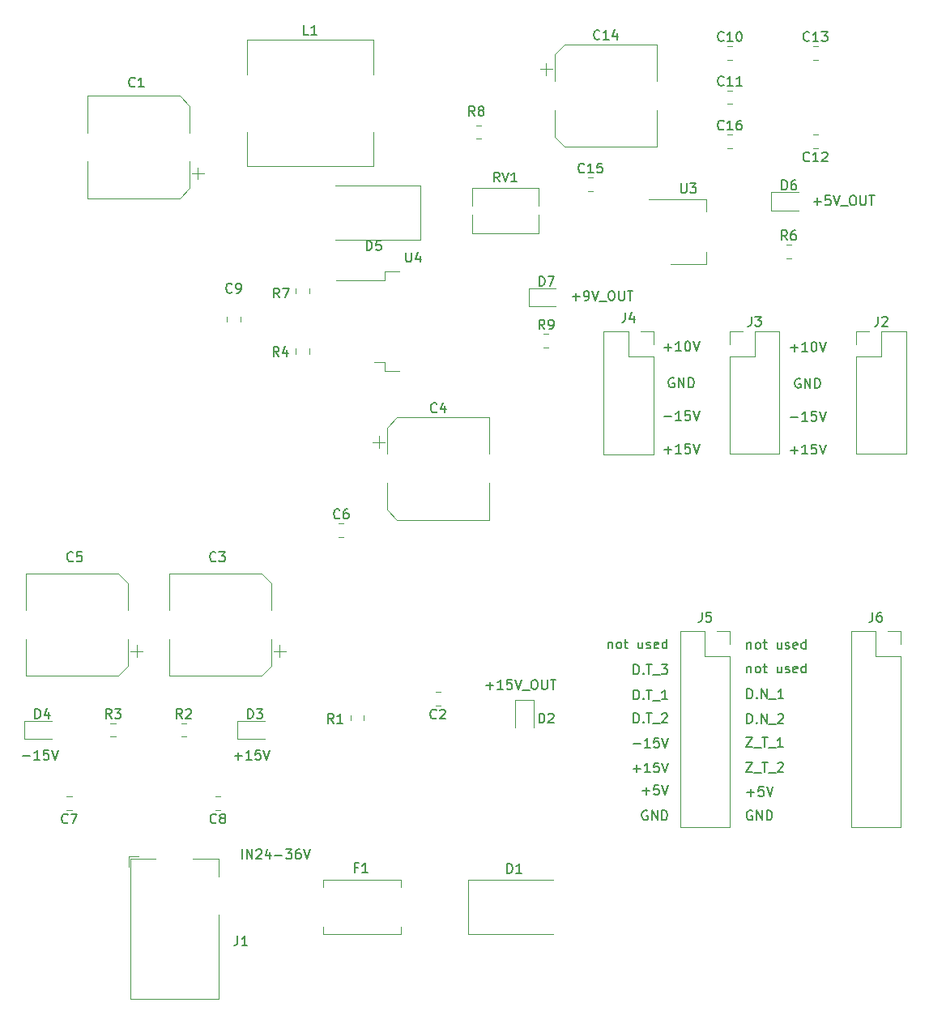
<source format=gbr>
G04 #@! TF.GenerationSoftware,KiCad,Pcbnew,(5.1.9)-1*
G04 #@! TF.CreationDate,2021-02-07T14:36:27+03:00*
G04 #@! TF.ProjectId,017_VIP_Elsiel,3031375f-5649-4505-9f45-6c7369656c2e,rev?*
G04 #@! TF.SameCoordinates,Original*
G04 #@! TF.FileFunction,Legend,Top*
G04 #@! TF.FilePolarity,Positive*
%FSLAX46Y46*%
G04 Gerber Fmt 4.6, Leading zero omitted, Abs format (unit mm)*
G04 Created by KiCad (PCBNEW (5.1.9)-1) date 2021-02-07 14:36:27*
%MOMM*%
%LPD*%
G01*
G04 APERTURE LIST*
%ADD10C,0.150000*%
%ADD11C,0.120000*%
G04 APERTURE END LIST*
D10*
X151193713Y-125115580D02*
X151193713Y-124115580D01*
X151431809Y-124115580D01*
X151574666Y-124163200D01*
X151669904Y-124258438D01*
X151717523Y-124353676D01*
X151765142Y-124544152D01*
X151765142Y-124687009D01*
X151717523Y-124877485D01*
X151669904Y-124972723D01*
X151574666Y-125067961D01*
X151431809Y-125115580D01*
X151193713Y-125115580D01*
X152193713Y-125020342D02*
X152241332Y-125067961D01*
X152193713Y-125115580D01*
X152146094Y-125067961D01*
X152193713Y-125020342D01*
X152193713Y-125115580D01*
X152527047Y-124115580D02*
X153098475Y-124115580D01*
X152812761Y-125115580D02*
X152812761Y-124115580D01*
X153193713Y-125210819D02*
X153955618Y-125210819D01*
X154717523Y-125115580D02*
X154146094Y-125115580D01*
X154431809Y-125115580D02*
X154431809Y-124115580D01*
X154336570Y-124258438D01*
X154241332Y-124353676D01*
X154146094Y-124401295D01*
X151193713Y-127553980D02*
X151193713Y-126553980D01*
X151431809Y-126553980D01*
X151574666Y-126601600D01*
X151669904Y-126696838D01*
X151717523Y-126792076D01*
X151765142Y-126982552D01*
X151765142Y-127125409D01*
X151717523Y-127315885D01*
X151669904Y-127411123D01*
X151574666Y-127506361D01*
X151431809Y-127553980D01*
X151193713Y-127553980D01*
X152193713Y-127458742D02*
X152241332Y-127506361D01*
X152193713Y-127553980D01*
X152146094Y-127506361D01*
X152193713Y-127458742D01*
X152193713Y-127553980D01*
X152527047Y-126553980D02*
X153098475Y-126553980D01*
X152812761Y-127553980D02*
X152812761Y-126553980D01*
X153193713Y-127649219D02*
X153955618Y-127649219D01*
X154146094Y-126649219D02*
X154193713Y-126601600D01*
X154288951Y-126553980D01*
X154527047Y-126553980D01*
X154622285Y-126601600D01*
X154669904Y-126649219D01*
X154717523Y-126744457D01*
X154717523Y-126839695D01*
X154669904Y-126982552D01*
X154098475Y-127553980D01*
X154717523Y-127553980D01*
X151146095Y-129763828D02*
X151908000Y-129763828D01*
X152908000Y-130144780D02*
X152336571Y-130144780D01*
X152622285Y-130144780D02*
X152622285Y-129144780D01*
X152527047Y-129287638D01*
X152431809Y-129382876D01*
X152336571Y-129430495D01*
X153812761Y-129144780D02*
X153336571Y-129144780D01*
X153288952Y-129620971D01*
X153336571Y-129573352D01*
X153431809Y-129525733D01*
X153669904Y-129525733D01*
X153765142Y-129573352D01*
X153812761Y-129620971D01*
X153860380Y-129716209D01*
X153860380Y-129954304D01*
X153812761Y-130049542D01*
X153765142Y-130097161D01*
X153669904Y-130144780D01*
X153431809Y-130144780D01*
X153336571Y-130097161D01*
X153288952Y-130049542D01*
X154146095Y-129144780D02*
X154479428Y-130144780D01*
X154812761Y-129144780D01*
X151146095Y-132354628D02*
X151908000Y-132354628D01*
X151527047Y-132735580D02*
X151527047Y-131973676D01*
X152908000Y-132735580D02*
X152336571Y-132735580D01*
X152622285Y-132735580D02*
X152622285Y-131735580D01*
X152527047Y-131878438D01*
X152431809Y-131973676D01*
X152336571Y-132021295D01*
X153812761Y-131735580D02*
X153336571Y-131735580D01*
X153288952Y-132211771D01*
X153336571Y-132164152D01*
X153431809Y-132116533D01*
X153669904Y-132116533D01*
X153765142Y-132164152D01*
X153812761Y-132211771D01*
X153860380Y-132307009D01*
X153860380Y-132545104D01*
X153812761Y-132640342D01*
X153765142Y-132687961D01*
X153669904Y-132735580D01*
X153431809Y-132735580D01*
X153336571Y-132687961D01*
X153288952Y-132640342D01*
X154146095Y-131735580D02*
X154479428Y-132735580D01*
X154812761Y-131735580D01*
X152098475Y-134691428D02*
X152860380Y-134691428D01*
X152479428Y-135072380D02*
X152479428Y-134310476D01*
X153812761Y-134072380D02*
X153336570Y-134072380D01*
X153288951Y-134548571D01*
X153336570Y-134500952D01*
X153431809Y-134453333D01*
X153669904Y-134453333D01*
X153765142Y-134500952D01*
X153812761Y-134548571D01*
X153860380Y-134643809D01*
X153860380Y-134881904D01*
X153812761Y-134977142D01*
X153765142Y-135024761D01*
X153669904Y-135072380D01*
X153431809Y-135072380D01*
X153336570Y-135024761D01*
X153288951Y-134977142D01*
X154146094Y-134072380D02*
X154479428Y-135072380D01*
X154812761Y-134072380D01*
X152622285Y-136761600D02*
X152527047Y-136713980D01*
X152384190Y-136713980D01*
X152241332Y-136761600D01*
X152146094Y-136856838D01*
X152098475Y-136952076D01*
X152050856Y-137142552D01*
X152050856Y-137285409D01*
X152098475Y-137475885D01*
X152146094Y-137571123D01*
X152241332Y-137666361D01*
X152384190Y-137713980D01*
X152479428Y-137713980D01*
X152622285Y-137666361D01*
X152669904Y-137618742D01*
X152669904Y-137285409D01*
X152479428Y-137285409D01*
X153098475Y-137713980D02*
X153098475Y-136713980D01*
X153669904Y-137713980D01*
X153669904Y-136713980D01*
X154146094Y-137713980D02*
X154146094Y-136713980D01*
X154384190Y-136713980D01*
X154527047Y-136761600D01*
X154622285Y-136856838D01*
X154669904Y-136952076D01*
X154717523Y-137142552D01*
X154717523Y-137285409D01*
X154669904Y-137475885D01*
X154622285Y-137571123D01*
X154527047Y-137666361D01*
X154384190Y-137713980D01*
X154146094Y-137713980D01*
X163576095Y-136761600D02*
X163480857Y-136713980D01*
X163338000Y-136713980D01*
X163195142Y-136761600D01*
X163099904Y-136856838D01*
X163052285Y-136952076D01*
X163004666Y-137142552D01*
X163004666Y-137285409D01*
X163052285Y-137475885D01*
X163099904Y-137571123D01*
X163195142Y-137666361D01*
X163338000Y-137713980D01*
X163433238Y-137713980D01*
X163576095Y-137666361D01*
X163623714Y-137618742D01*
X163623714Y-137285409D01*
X163433238Y-137285409D01*
X164052285Y-137713980D02*
X164052285Y-136713980D01*
X164623714Y-137713980D01*
X164623714Y-136713980D01*
X165099904Y-137713980D02*
X165099904Y-136713980D01*
X165338000Y-136713980D01*
X165480857Y-136761600D01*
X165576095Y-136856838D01*
X165623714Y-136952076D01*
X165671333Y-137142552D01*
X165671333Y-137285409D01*
X165623714Y-137475885D01*
X165576095Y-137571123D01*
X165480857Y-137666361D01*
X165338000Y-137713980D01*
X165099904Y-137713980D01*
X163052285Y-134843828D02*
X163814190Y-134843828D01*
X163433238Y-135224780D02*
X163433238Y-134462876D01*
X164766571Y-134224780D02*
X164290380Y-134224780D01*
X164242761Y-134700971D01*
X164290380Y-134653352D01*
X164385619Y-134605733D01*
X164623714Y-134605733D01*
X164718952Y-134653352D01*
X164766571Y-134700971D01*
X164814190Y-134796209D01*
X164814190Y-135034304D01*
X164766571Y-135129542D01*
X164718952Y-135177161D01*
X164623714Y-135224780D01*
X164385619Y-135224780D01*
X164290380Y-135177161D01*
X164242761Y-135129542D01*
X165099904Y-134224780D02*
X165433238Y-135224780D01*
X165766571Y-134224780D01*
X162957048Y-131684780D02*
X163623714Y-131684780D01*
X162957048Y-132684780D01*
X163623714Y-132684780D01*
X163766571Y-132780019D02*
X164528476Y-132780019D01*
X164623714Y-131684780D02*
X165195143Y-131684780D01*
X164909429Y-132684780D02*
X164909429Y-131684780D01*
X165290381Y-132780019D02*
X166052286Y-132780019D01*
X166242762Y-131780019D02*
X166290381Y-131732400D01*
X166385619Y-131684780D01*
X166623714Y-131684780D01*
X166718952Y-131732400D01*
X166766571Y-131780019D01*
X166814190Y-131875257D01*
X166814190Y-131970495D01*
X166766571Y-132113352D01*
X166195143Y-132684780D01*
X166814190Y-132684780D01*
X162957048Y-129093980D02*
X163623714Y-129093980D01*
X162957048Y-130093980D01*
X163623714Y-130093980D01*
X163766571Y-130189219D02*
X164528476Y-130189219D01*
X164623714Y-129093980D02*
X165195143Y-129093980D01*
X164909429Y-130093980D02*
X164909429Y-129093980D01*
X165290381Y-130189219D02*
X166052286Y-130189219D01*
X166814190Y-130093980D02*
X166242762Y-130093980D01*
X166528476Y-130093980D02*
X166528476Y-129093980D01*
X166433238Y-129236838D01*
X166338000Y-129332076D01*
X166242762Y-129379695D01*
X163052285Y-127604780D02*
X163052285Y-126604780D01*
X163290380Y-126604780D01*
X163433238Y-126652400D01*
X163528476Y-126747638D01*
X163576095Y-126842876D01*
X163623714Y-127033352D01*
X163623714Y-127176209D01*
X163576095Y-127366685D01*
X163528476Y-127461923D01*
X163433238Y-127557161D01*
X163290380Y-127604780D01*
X163052285Y-127604780D01*
X164052285Y-127509542D02*
X164099904Y-127557161D01*
X164052285Y-127604780D01*
X164004666Y-127557161D01*
X164052285Y-127509542D01*
X164052285Y-127604780D01*
X164528476Y-127604780D02*
X164528476Y-126604780D01*
X165099904Y-127604780D01*
X165099904Y-126604780D01*
X165337999Y-127700019D02*
X166099904Y-127700019D01*
X166290380Y-126700019D02*
X166337999Y-126652400D01*
X166433238Y-126604780D01*
X166671333Y-126604780D01*
X166766571Y-126652400D01*
X166814190Y-126700019D01*
X166861809Y-126795257D01*
X166861809Y-126890495D01*
X166814190Y-127033352D01*
X166242761Y-127604780D01*
X166861809Y-127604780D01*
X163052285Y-125013980D02*
X163052285Y-124013980D01*
X163290380Y-124013980D01*
X163433238Y-124061600D01*
X163528476Y-124156838D01*
X163576095Y-124252076D01*
X163623714Y-124442552D01*
X163623714Y-124585409D01*
X163576095Y-124775885D01*
X163528476Y-124871123D01*
X163433238Y-124966361D01*
X163290380Y-125013980D01*
X163052285Y-125013980D01*
X164052285Y-124918742D02*
X164099904Y-124966361D01*
X164052285Y-125013980D01*
X164004666Y-124966361D01*
X164052285Y-124918742D01*
X164052285Y-125013980D01*
X164528476Y-125013980D02*
X164528476Y-124013980D01*
X165099904Y-125013980D01*
X165099904Y-124013980D01*
X165337999Y-125109219D02*
X166099904Y-125109219D01*
X166861809Y-125013980D02*
X166290380Y-125013980D01*
X166576095Y-125013980D02*
X166576095Y-124013980D01*
X166480857Y-124156838D01*
X166385618Y-124252076D01*
X166290380Y-124299695D01*
X151193713Y-122473980D02*
X151193713Y-121473980D01*
X151431809Y-121473980D01*
X151574666Y-121521600D01*
X151669904Y-121616838D01*
X151717523Y-121712076D01*
X151765142Y-121902552D01*
X151765142Y-122045409D01*
X151717523Y-122235885D01*
X151669904Y-122331123D01*
X151574666Y-122426361D01*
X151431809Y-122473980D01*
X151193713Y-122473980D01*
X152193713Y-122378742D02*
X152241332Y-122426361D01*
X152193713Y-122473980D01*
X152146094Y-122426361D01*
X152193713Y-122378742D01*
X152193713Y-122473980D01*
X152527047Y-121473980D02*
X153098475Y-121473980D01*
X152812761Y-122473980D02*
X152812761Y-121473980D01*
X153193713Y-122569219D02*
X153955618Y-122569219D01*
X154098475Y-121473980D02*
X154717523Y-121473980D01*
X154384189Y-121854933D01*
X154527047Y-121854933D01*
X154622285Y-121902552D01*
X154669904Y-121950171D01*
X154717523Y-122045409D01*
X154717523Y-122283504D01*
X154669904Y-122378742D01*
X154622285Y-122426361D01*
X154527047Y-122473980D01*
X154241332Y-122473980D01*
X154146094Y-122426361D01*
X154098475Y-122378742D01*
X148527047Y-119114914D02*
X148527047Y-119781580D01*
X148527047Y-119210152D02*
X148574666Y-119162533D01*
X148669904Y-119114914D01*
X148812761Y-119114914D01*
X148907999Y-119162533D01*
X148955618Y-119257771D01*
X148955618Y-119781580D01*
X149574666Y-119781580D02*
X149479428Y-119733961D01*
X149431809Y-119686342D01*
X149384190Y-119591104D01*
X149384190Y-119305390D01*
X149431809Y-119210152D01*
X149479428Y-119162533D01*
X149574666Y-119114914D01*
X149717523Y-119114914D01*
X149812761Y-119162533D01*
X149860380Y-119210152D01*
X149907999Y-119305390D01*
X149907999Y-119591104D01*
X149860380Y-119686342D01*
X149812761Y-119733961D01*
X149717523Y-119781580D01*
X149574666Y-119781580D01*
X150193714Y-119114914D02*
X150574666Y-119114914D01*
X150336571Y-118781580D02*
X150336571Y-119638723D01*
X150384190Y-119733961D01*
X150479428Y-119781580D01*
X150574666Y-119781580D01*
X152098476Y-119114914D02*
X152098476Y-119781580D01*
X151669904Y-119114914D02*
X151669904Y-119638723D01*
X151717523Y-119733961D01*
X151812761Y-119781580D01*
X151955618Y-119781580D01*
X152050856Y-119733961D01*
X152098476Y-119686342D01*
X152527047Y-119733961D02*
X152622285Y-119781580D01*
X152812761Y-119781580D01*
X152907999Y-119733961D01*
X152955618Y-119638723D01*
X152955618Y-119591104D01*
X152907999Y-119495866D01*
X152812761Y-119448247D01*
X152669904Y-119448247D01*
X152574666Y-119400628D01*
X152527047Y-119305390D01*
X152527047Y-119257771D01*
X152574666Y-119162533D01*
X152669904Y-119114914D01*
X152812761Y-119114914D01*
X152907999Y-119162533D01*
X153765142Y-119733961D02*
X153669904Y-119781580D01*
X153479428Y-119781580D01*
X153384190Y-119733961D01*
X153336571Y-119638723D01*
X153336571Y-119257771D01*
X153384190Y-119162533D01*
X153479428Y-119114914D01*
X153669904Y-119114914D01*
X153765142Y-119162533D01*
X153812761Y-119257771D01*
X153812761Y-119353009D01*
X153336571Y-119448247D01*
X154669904Y-119781580D02*
X154669904Y-118781580D01*
X154669904Y-119733961D02*
X154574666Y-119781580D01*
X154384190Y-119781580D01*
X154288952Y-119733961D01*
X154241333Y-119686342D01*
X154193714Y-119591104D01*
X154193714Y-119305390D01*
X154241333Y-119210152D01*
X154288952Y-119162533D01*
X154384190Y-119114914D01*
X154574666Y-119114914D01*
X154669904Y-119162533D01*
X163052286Y-121654914D02*
X163052286Y-122321580D01*
X163052286Y-121750152D02*
X163099905Y-121702533D01*
X163195143Y-121654914D01*
X163338000Y-121654914D01*
X163433238Y-121702533D01*
X163480857Y-121797771D01*
X163480857Y-122321580D01*
X164099905Y-122321580D02*
X164004667Y-122273961D01*
X163957048Y-122226342D01*
X163909429Y-122131104D01*
X163909429Y-121845390D01*
X163957048Y-121750152D01*
X164004667Y-121702533D01*
X164099905Y-121654914D01*
X164242762Y-121654914D01*
X164338000Y-121702533D01*
X164385619Y-121750152D01*
X164433238Y-121845390D01*
X164433238Y-122131104D01*
X164385619Y-122226342D01*
X164338000Y-122273961D01*
X164242762Y-122321580D01*
X164099905Y-122321580D01*
X164718953Y-121654914D02*
X165099905Y-121654914D01*
X164861810Y-121321580D02*
X164861810Y-122178723D01*
X164909429Y-122273961D01*
X165004667Y-122321580D01*
X165099905Y-122321580D01*
X166623715Y-121654914D02*
X166623715Y-122321580D01*
X166195143Y-121654914D02*
X166195143Y-122178723D01*
X166242762Y-122273961D01*
X166338000Y-122321580D01*
X166480857Y-122321580D01*
X166576095Y-122273961D01*
X166623715Y-122226342D01*
X167052286Y-122273961D02*
X167147524Y-122321580D01*
X167338000Y-122321580D01*
X167433238Y-122273961D01*
X167480857Y-122178723D01*
X167480857Y-122131104D01*
X167433238Y-122035866D01*
X167338000Y-121988247D01*
X167195143Y-121988247D01*
X167099905Y-121940628D01*
X167052286Y-121845390D01*
X167052286Y-121797771D01*
X167099905Y-121702533D01*
X167195143Y-121654914D01*
X167338000Y-121654914D01*
X167433238Y-121702533D01*
X168290381Y-122273961D02*
X168195143Y-122321580D01*
X168004667Y-122321580D01*
X167909429Y-122273961D01*
X167861810Y-122178723D01*
X167861810Y-121797771D01*
X167909429Y-121702533D01*
X168004667Y-121654914D01*
X168195143Y-121654914D01*
X168290381Y-121702533D01*
X168338000Y-121797771D01*
X168338000Y-121893009D01*
X167861810Y-121988247D01*
X169195143Y-122321580D02*
X169195143Y-121321580D01*
X169195143Y-122273961D02*
X169099905Y-122321580D01*
X168909429Y-122321580D01*
X168814191Y-122273961D01*
X168766572Y-122226342D01*
X168718953Y-122131104D01*
X168718953Y-121845390D01*
X168766572Y-121750152D01*
X168814191Y-121702533D01*
X168909429Y-121654914D01*
X169099905Y-121654914D01*
X169195143Y-121702533D01*
X163052286Y-119165714D02*
X163052286Y-119832380D01*
X163052286Y-119260952D02*
X163099905Y-119213333D01*
X163195143Y-119165714D01*
X163338000Y-119165714D01*
X163433238Y-119213333D01*
X163480857Y-119308571D01*
X163480857Y-119832380D01*
X164099905Y-119832380D02*
X164004667Y-119784761D01*
X163957048Y-119737142D01*
X163909429Y-119641904D01*
X163909429Y-119356190D01*
X163957048Y-119260952D01*
X164004667Y-119213333D01*
X164099905Y-119165714D01*
X164242762Y-119165714D01*
X164338000Y-119213333D01*
X164385619Y-119260952D01*
X164433238Y-119356190D01*
X164433238Y-119641904D01*
X164385619Y-119737142D01*
X164338000Y-119784761D01*
X164242762Y-119832380D01*
X164099905Y-119832380D01*
X164718953Y-119165714D02*
X165099905Y-119165714D01*
X164861810Y-118832380D02*
X164861810Y-119689523D01*
X164909429Y-119784761D01*
X165004667Y-119832380D01*
X165099905Y-119832380D01*
X166623715Y-119165714D02*
X166623715Y-119832380D01*
X166195143Y-119165714D02*
X166195143Y-119689523D01*
X166242762Y-119784761D01*
X166338000Y-119832380D01*
X166480857Y-119832380D01*
X166576095Y-119784761D01*
X166623715Y-119737142D01*
X167052286Y-119784761D02*
X167147524Y-119832380D01*
X167338000Y-119832380D01*
X167433238Y-119784761D01*
X167480857Y-119689523D01*
X167480857Y-119641904D01*
X167433238Y-119546666D01*
X167338000Y-119499047D01*
X167195143Y-119499047D01*
X167099905Y-119451428D01*
X167052286Y-119356190D01*
X167052286Y-119308571D01*
X167099905Y-119213333D01*
X167195143Y-119165714D01*
X167338000Y-119165714D01*
X167433238Y-119213333D01*
X168290381Y-119784761D02*
X168195143Y-119832380D01*
X168004667Y-119832380D01*
X167909429Y-119784761D01*
X167861810Y-119689523D01*
X167861810Y-119308571D01*
X167909429Y-119213333D01*
X168004667Y-119165714D01*
X168195143Y-119165714D01*
X168290381Y-119213333D01*
X168338000Y-119308571D01*
X168338000Y-119403809D01*
X167861810Y-119499047D01*
X169195143Y-119832380D02*
X169195143Y-118832380D01*
X169195143Y-119784761D02*
X169099905Y-119832380D01*
X168909429Y-119832380D01*
X168814191Y-119784761D01*
X168766572Y-119737142D01*
X168718953Y-119641904D01*
X168718953Y-119356190D01*
X168766572Y-119260952D01*
X168814191Y-119213333D01*
X168909429Y-119165714D01*
X169099905Y-119165714D01*
X169195143Y-119213333D01*
X154397295Y-95575428D02*
X155159200Y-95575428D01*
X156159200Y-95956380D02*
X155587771Y-95956380D01*
X155873485Y-95956380D02*
X155873485Y-94956380D01*
X155778247Y-95099238D01*
X155683009Y-95194476D01*
X155587771Y-95242095D01*
X157063961Y-94956380D02*
X156587771Y-94956380D01*
X156540152Y-95432571D01*
X156587771Y-95384952D01*
X156683009Y-95337333D01*
X156921104Y-95337333D01*
X157016342Y-95384952D01*
X157063961Y-95432571D01*
X157111580Y-95527809D01*
X157111580Y-95765904D01*
X157063961Y-95861142D01*
X157016342Y-95908761D01*
X156921104Y-95956380D01*
X156683009Y-95956380D01*
X156587771Y-95908761D01*
X156540152Y-95861142D01*
X157397295Y-94956380D02*
X157730628Y-95956380D01*
X158063961Y-94956380D01*
X154397295Y-99029828D02*
X155159200Y-99029828D01*
X154778247Y-99410780D02*
X154778247Y-98648876D01*
X156159200Y-99410780D02*
X155587771Y-99410780D01*
X155873485Y-99410780D02*
X155873485Y-98410780D01*
X155778247Y-98553638D01*
X155683009Y-98648876D01*
X155587771Y-98696495D01*
X157063961Y-98410780D02*
X156587771Y-98410780D01*
X156540152Y-98886971D01*
X156587771Y-98839352D01*
X156683009Y-98791733D01*
X156921104Y-98791733D01*
X157016342Y-98839352D01*
X157063961Y-98886971D01*
X157111580Y-98982209D01*
X157111580Y-99220304D01*
X157063961Y-99315542D01*
X157016342Y-99363161D01*
X156921104Y-99410780D01*
X156683009Y-99410780D01*
X156587771Y-99363161D01*
X156540152Y-99315542D01*
X157397295Y-98410780D02*
X157730628Y-99410780D01*
X158063961Y-98410780D01*
X154397295Y-88311028D02*
X155159200Y-88311028D01*
X154778247Y-88691980D02*
X154778247Y-87930076D01*
X156159200Y-88691980D02*
X155587771Y-88691980D01*
X155873485Y-88691980D02*
X155873485Y-87691980D01*
X155778247Y-87834838D01*
X155683009Y-87930076D01*
X155587771Y-87977695D01*
X156778247Y-87691980D02*
X156873485Y-87691980D01*
X156968723Y-87739600D01*
X157016342Y-87787219D01*
X157063961Y-87882457D01*
X157111580Y-88072933D01*
X157111580Y-88311028D01*
X157063961Y-88501504D01*
X157016342Y-88596742D01*
X156968723Y-88644361D01*
X156873485Y-88691980D01*
X156778247Y-88691980D01*
X156683009Y-88644361D01*
X156635390Y-88596742D01*
X156587771Y-88501504D01*
X156540152Y-88311028D01*
X156540152Y-88072933D01*
X156587771Y-87882457D01*
X156635390Y-87787219D01*
X156683009Y-87739600D01*
X156778247Y-87691980D01*
X157397295Y-87691980D02*
X157730628Y-88691980D01*
X158063961Y-87691980D01*
X155397295Y-91549600D02*
X155302057Y-91501980D01*
X155159200Y-91501980D01*
X155016342Y-91549600D01*
X154921104Y-91644838D01*
X154873485Y-91740076D01*
X154825866Y-91930552D01*
X154825866Y-92073409D01*
X154873485Y-92263885D01*
X154921104Y-92359123D01*
X155016342Y-92454361D01*
X155159200Y-92501980D01*
X155254438Y-92501980D01*
X155397295Y-92454361D01*
X155444914Y-92406742D01*
X155444914Y-92073409D01*
X155254438Y-92073409D01*
X155873485Y-92501980D02*
X155873485Y-91501980D01*
X156444914Y-92501980D01*
X156444914Y-91501980D01*
X156921104Y-92501980D02*
X156921104Y-91501980D01*
X157159200Y-91501980D01*
X157302057Y-91549600D01*
X157397295Y-91644838D01*
X157444914Y-91740076D01*
X157492533Y-91930552D01*
X157492533Y-92073409D01*
X157444914Y-92263885D01*
X157397295Y-92359123D01*
X157302057Y-92454361D01*
X157159200Y-92501980D01*
X156921104Y-92501980D01*
X167605295Y-99080628D02*
X168367200Y-99080628D01*
X167986247Y-99461580D02*
X167986247Y-98699676D01*
X169367200Y-99461580D02*
X168795771Y-99461580D01*
X169081485Y-99461580D02*
X169081485Y-98461580D01*
X168986247Y-98604438D01*
X168891009Y-98699676D01*
X168795771Y-98747295D01*
X170271961Y-98461580D02*
X169795771Y-98461580D01*
X169748152Y-98937771D01*
X169795771Y-98890152D01*
X169891009Y-98842533D01*
X170129104Y-98842533D01*
X170224342Y-98890152D01*
X170271961Y-98937771D01*
X170319580Y-99033009D01*
X170319580Y-99271104D01*
X170271961Y-99366342D01*
X170224342Y-99413961D01*
X170129104Y-99461580D01*
X169891009Y-99461580D01*
X169795771Y-99413961D01*
X169748152Y-99366342D01*
X170605295Y-98461580D02*
X170938628Y-99461580D01*
X171271961Y-98461580D01*
X167605295Y-95626228D02*
X168367200Y-95626228D01*
X169367200Y-96007180D02*
X168795771Y-96007180D01*
X169081485Y-96007180D02*
X169081485Y-95007180D01*
X168986247Y-95150038D01*
X168891009Y-95245276D01*
X168795771Y-95292895D01*
X170271961Y-95007180D02*
X169795771Y-95007180D01*
X169748152Y-95483371D01*
X169795771Y-95435752D01*
X169891009Y-95388133D01*
X170129104Y-95388133D01*
X170224342Y-95435752D01*
X170271961Y-95483371D01*
X170319580Y-95578609D01*
X170319580Y-95816704D01*
X170271961Y-95911942D01*
X170224342Y-95959561D01*
X170129104Y-96007180D01*
X169891009Y-96007180D01*
X169795771Y-95959561D01*
X169748152Y-95911942D01*
X170605295Y-95007180D02*
X170938628Y-96007180D01*
X171271961Y-95007180D01*
X168605295Y-91600400D02*
X168510057Y-91552780D01*
X168367200Y-91552780D01*
X168224342Y-91600400D01*
X168129104Y-91695638D01*
X168081485Y-91790876D01*
X168033866Y-91981352D01*
X168033866Y-92124209D01*
X168081485Y-92314685D01*
X168129104Y-92409923D01*
X168224342Y-92505161D01*
X168367200Y-92552780D01*
X168462438Y-92552780D01*
X168605295Y-92505161D01*
X168652914Y-92457542D01*
X168652914Y-92124209D01*
X168462438Y-92124209D01*
X169081485Y-92552780D02*
X169081485Y-91552780D01*
X169652914Y-92552780D01*
X169652914Y-91552780D01*
X170129104Y-92552780D02*
X170129104Y-91552780D01*
X170367200Y-91552780D01*
X170510057Y-91600400D01*
X170605295Y-91695638D01*
X170652914Y-91790876D01*
X170700533Y-91981352D01*
X170700533Y-92124209D01*
X170652914Y-92314685D01*
X170605295Y-92409923D01*
X170510057Y-92505161D01*
X170367200Y-92552780D01*
X170129104Y-92552780D01*
X167605295Y-88361828D02*
X168367200Y-88361828D01*
X167986247Y-88742780D02*
X167986247Y-87980876D01*
X169367200Y-88742780D02*
X168795771Y-88742780D01*
X169081485Y-88742780D02*
X169081485Y-87742780D01*
X168986247Y-87885638D01*
X168891009Y-87980876D01*
X168795771Y-88028495D01*
X169986247Y-87742780D02*
X170081485Y-87742780D01*
X170176723Y-87790400D01*
X170224342Y-87838019D01*
X170271961Y-87933257D01*
X170319580Y-88123733D01*
X170319580Y-88361828D01*
X170271961Y-88552304D01*
X170224342Y-88647542D01*
X170176723Y-88695161D01*
X170081485Y-88742780D01*
X169986247Y-88742780D01*
X169891009Y-88695161D01*
X169843390Y-88647542D01*
X169795771Y-88552304D01*
X169748152Y-88361828D01*
X169748152Y-88123733D01*
X169795771Y-87933257D01*
X169843390Y-87838019D01*
X169891009Y-87790400D01*
X169986247Y-87742780D01*
X170605295Y-87742780D02*
X170938628Y-88742780D01*
X171271961Y-87742780D01*
X110265009Y-141777980D02*
X110265009Y-140777980D01*
X110741200Y-141777980D02*
X110741200Y-140777980D01*
X111312628Y-141777980D01*
X111312628Y-140777980D01*
X111741200Y-140873219D02*
X111788819Y-140825600D01*
X111884057Y-140777980D01*
X112122152Y-140777980D01*
X112217390Y-140825600D01*
X112265009Y-140873219D01*
X112312628Y-140968457D01*
X112312628Y-141063695D01*
X112265009Y-141206552D01*
X111693580Y-141777980D01*
X112312628Y-141777980D01*
X113169771Y-141111314D02*
X113169771Y-141777980D01*
X112931676Y-140730361D02*
X112693580Y-141444647D01*
X113312628Y-141444647D01*
X113693580Y-141397028D02*
X114455485Y-141397028D01*
X114836438Y-140777980D02*
X115455485Y-140777980D01*
X115122152Y-141158933D01*
X115265009Y-141158933D01*
X115360247Y-141206552D01*
X115407866Y-141254171D01*
X115455485Y-141349409D01*
X115455485Y-141587504D01*
X115407866Y-141682742D01*
X115360247Y-141730361D01*
X115265009Y-141777980D01*
X114979295Y-141777980D01*
X114884057Y-141730361D01*
X114836438Y-141682742D01*
X116312628Y-140777980D02*
X116122152Y-140777980D01*
X116026914Y-140825600D01*
X115979295Y-140873219D01*
X115884057Y-141016076D01*
X115836438Y-141206552D01*
X115836438Y-141587504D01*
X115884057Y-141682742D01*
X115931676Y-141730361D01*
X116026914Y-141777980D01*
X116217390Y-141777980D01*
X116312628Y-141730361D01*
X116360247Y-141682742D01*
X116407866Y-141587504D01*
X116407866Y-141349409D01*
X116360247Y-141254171D01*
X116312628Y-141206552D01*
X116217390Y-141158933D01*
X116026914Y-141158933D01*
X115931676Y-141206552D01*
X115884057Y-141254171D01*
X115836438Y-141349409D01*
X116693580Y-140777980D02*
X117026914Y-141777980D01*
X117360247Y-140777980D01*
X144783561Y-83027828D02*
X145545466Y-83027828D01*
X145164514Y-83408780D02*
X145164514Y-82646876D01*
X146069276Y-83408780D02*
X146259752Y-83408780D01*
X146354990Y-83361161D01*
X146402609Y-83313542D01*
X146497847Y-83170685D01*
X146545466Y-82980209D01*
X146545466Y-82599257D01*
X146497847Y-82504019D01*
X146450228Y-82456400D01*
X146354990Y-82408780D01*
X146164514Y-82408780D01*
X146069276Y-82456400D01*
X146021657Y-82504019D01*
X145974038Y-82599257D01*
X145974038Y-82837352D01*
X146021657Y-82932590D01*
X146069276Y-82980209D01*
X146164514Y-83027828D01*
X146354990Y-83027828D01*
X146450228Y-82980209D01*
X146497847Y-82932590D01*
X146545466Y-82837352D01*
X146831180Y-82408780D02*
X147164514Y-83408780D01*
X147497847Y-82408780D01*
X147593085Y-83504019D02*
X148354990Y-83504019D01*
X148783561Y-82408780D02*
X148974038Y-82408780D01*
X149069276Y-82456400D01*
X149164514Y-82551638D01*
X149212133Y-82742114D01*
X149212133Y-83075447D01*
X149164514Y-83265923D01*
X149069276Y-83361161D01*
X148974038Y-83408780D01*
X148783561Y-83408780D01*
X148688323Y-83361161D01*
X148593085Y-83265923D01*
X148545466Y-83075447D01*
X148545466Y-82742114D01*
X148593085Y-82551638D01*
X148688323Y-82456400D01*
X148783561Y-82408780D01*
X149640704Y-82408780D02*
X149640704Y-83218304D01*
X149688323Y-83313542D01*
X149735942Y-83361161D01*
X149831180Y-83408780D01*
X150021657Y-83408780D01*
X150116895Y-83361161D01*
X150164514Y-83313542D01*
X150212133Y-83218304D01*
X150212133Y-82408780D01*
X150545466Y-82408780D02*
X151116895Y-82408780D01*
X150831180Y-83408780D02*
X150831180Y-82408780D01*
X170031161Y-73071028D02*
X170793066Y-73071028D01*
X170412114Y-73451980D02*
X170412114Y-72690076D01*
X171745447Y-72451980D02*
X171269257Y-72451980D01*
X171221638Y-72928171D01*
X171269257Y-72880552D01*
X171364495Y-72832933D01*
X171602590Y-72832933D01*
X171697828Y-72880552D01*
X171745447Y-72928171D01*
X171793066Y-73023409D01*
X171793066Y-73261504D01*
X171745447Y-73356742D01*
X171697828Y-73404361D01*
X171602590Y-73451980D01*
X171364495Y-73451980D01*
X171269257Y-73404361D01*
X171221638Y-73356742D01*
X172078780Y-72451980D02*
X172412114Y-73451980D01*
X172745447Y-72451980D01*
X172840685Y-73547219D02*
X173602590Y-73547219D01*
X174031161Y-72451980D02*
X174221638Y-72451980D01*
X174316876Y-72499600D01*
X174412114Y-72594838D01*
X174459733Y-72785314D01*
X174459733Y-73118647D01*
X174412114Y-73309123D01*
X174316876Y-73404361D01*
X174221638Y-73451980D01*
X174031161Y-73451980D01*
X173935923Y-73404361D01*
X173840685Y-73309123D01*
X173793066Y-73118647D01*
X173793066Y-72785314D01*
X173840685Y-72594838D01*
X173935923Y-72499600D01*
X174031161Y-72451980D01*
X174888304Y-72451980D02*
X174888304Y-73261504D01*
X174935923Y-73356742D01*
X174983542Y-73404361D01*
X175078780Y-73451980D01*
X175269257Y-73451980D01*
X175364495Y-73404361D01*
X175412114Y-73356742D01*
X175459733Y-73261504D01*
X175459733Y-72451980D01*
X175793066Y-72451980D02*
X176364495Y-72451980D01*
X176078780Y-73451980D02*
X176078780Y-72451980D01*
X135772971Y-123667828D02*
X136534876Y-123667828D01*
X136153923Y-124048780D02*
X136153923Y-123286876D01*
X137534876Y-124048780D02*
X136963447Y-124048780D01*
X137249161Y-124048780D02*
X137249161Y-123048780D01*
X137153923Y-123191638D01*
X137058685Y-123286876D01*
X136963447Y-123334495D01*
X138439638Y-123048780D02*
X137963447Y-123048780D01*
X137915828Y-123524971D01*
X137963447Y-123477352D01*
X138058685Y-123429733D01*
X138296780Y-123429733D01*
X138392019Y-123477352D01*
X138439638Y-123524971D01*
X138487257Y-123620209D01*
X138487257Y-123858304D01*
X138439638Y-123953542D01*
X138392019Y-124001161D01*
X138296780Y-124048780D01*
X138058685Y-124048780D01*
X137963447Y-124001161D01*
X137915828Y-123953542D01*
X138772971Y-123048780D02*
X139106304Y-124048780D01*
X139439638Y-123048780D01*
X139534876Y-124144019D02*
X140296780Y-124144019D01*
X140725352Y-123048780D02*
X140915828Y-123048780D01*
X141011066Y-123096400D01*
X141106304Y-123191638D01*
X141153923Y-123382114D01*
X141153923Y-123715447D01*
X141106304Y-123905923D01*
X141011066Y-124001161D01*
X140915828Y-124048780D01*
X140725352Y-124048780D01*
X140630114Y-124001161D01*
X140534876Y-123905923D01*
X140487257Y-123715447D01*
X140487257Y-123382114D01*
X140534876Y-123191638D01*
X140630114Y-123096400D01*
X140725352Y-123048780D01*
X141582495Y-123048780D02*
X141582495Y-123858304D01*
X141630114Y-123953542D01*
X141677733Y-124001161D01*
X141772971Y-124048780D01*
X141963447Y-124048780D01*
X142058685Y-124001161D01*
X142106304Y-123953542D01*
X142153923Y-123858304D01*
X142153923Y-123048780D01*
X142487257Y-123048780D02*
X143058685Y-123048780D01*
X142772971Y-124048780D02*
X142772971Y-123048780D01*
X87341295Y-131033828D02*
X88103200Y-131033828D01*
X89103200Y-131414780D02*
X88531771Y-131414780D01*
X88817485Y-131414780D02*
X88817485Y-130414780D01*
X88722247Y-130557638D01*
X88627009Y-130652876D01*
X88531771Y-130700495D01*
X90007961Y-130414780D02*
X89531771Y-130414780D01*
X89484152Y-130890971D01*
X89531771Y-130843352D01*
X89627009Y-130795733D01*
X89865104Y-130795733D01*
X89960342Y-130843352D01*
X90007961Y-130890971D01*
X90055580Y-130986209D01*
X90055580Y-131224304D01*
X90007961Y-131319542D01*
X89960342Y-131367161D01*
X89865104Y-131414780D01*
X89627009Y-131414780D01*
X89531771Y-131367161D01*
X89484152Y-131319542D01*
X90341295Y-130414780D02*
X90674628Y-131414780D01*
X91007961Y-130414780D01*
X109490095Y-131033828D02*
X110252000Y-131033828D01*
X109871047Y-131414780D02*
X109871047Y-130652876D01*
X111252000Y-131414780D02*
X110680571Y-131414780D01*
X110966285Y-131414780D02*
X110966285Y-130414780D01*
X110871047Y-130557638D01*
X110775809Y-130652876D01*
X110680571Y-130700495D01*
X112156761Y-130414780D02*
X111680571Y-130414780D01*
X111632952Y-130890971D01*
X111680571Y-130843352D01*
X111775809Y-130795733D01*
X112013904Y-130795733D01*
X112109142Y-130843352D01*
X112156761Y-130890971D01*
X112204380Y-130986209D01*
X112204380Y-131224304D01*
X112156761Y-131319542D01*
X112109142Y-131367161D01*
X112013904Y-131414780D01*
X111775809Y-131414780D01*
X111680571Y-131367161D01*
X111632952Y-131319542D01*
X112490095Y-130414780D02*
X112823428Y-131414780D01*
X113156761Y-130414780D01*
D11*
X94065000Y-62015000D02*
X94065000Y-65865000D01*
X94065000Y-72735000D02*
X94065000Y-68885000D01*
X103720563Y-72735000D02*
X94065000Y-72735000D01*
X103720563Y-62015000D02*
X94065000Y-62015000D01*
X104785000Y-63079437D02*
X104785000Y-65865000D01*
X104785000Y-71670563D02*
X104785000Y-68885000D01*
X104785000Y-71670563D02*
X103720563Y-72735000D01*
X104785000Y-63079437D02*
X103720563Y-62015000D01*
X106275000Y-70135000D02*
X105025000Y-70135000D01*
X105650000Y-70760000D02*
X105650000Y-69510000D01*
X130986252Y-124340000D02*
X130463748Y-124340000D01*
X130986252Y-125760000D02*
X130463748Y-125760000D01*
X114200000Y-120685000D02*
X114200000Y-119435000D01*
X114825000Y-120060000D02*
X113575000Y-120060000D01*
X113335000Y-113004437D02*
X112270563Y-111940000D01*
X113335000Y-121595563D02*
X112270563Y-122660000D01*
X113335000Y-121595563D02*
X113335000Y-118810000D01*
X113335000Y-113004437D02*
X113335000Y-115790000D01*
X112270563Y-111940000D02*
X102615000Y-111940000D01*
X112270563Y-122660000D02*
X102615000Y-122660000D01*
X102615000Y-122660000D02*
X102615000Y-118810000D01*
X102615000Y-111940000D02*
X102615000Y-115790000D01*
X124550000Y-97590000D02*
X124550000Y-98840000D01*
X123925000Y-98215000D02*
X125175000Y-98215000D01*
X125415000Y-105270563D02*
X126479437Y-106335000D01*
X125415000Y-96679437D02*
X126479437Y-95615000D01*
X125415000Y-96679437D02*
X125415000Y-99465000D01*
X125415000Y-105270563D02*
X125415000Y-102485000D01*
X126479437Y-106335000D02*
X136135000Y-106335000D01*
X126479437Y-95615000D02*
X136135000Y-95615000D01*
X136135000Y-95615000D02*
X136135000Y-99465000D01*
X136135000Y-106335000D02*
X136135000Y-102485000D01*
X87640000Y-111940000D02*
X87640000Y-115790000D01*
X87640000Y-122660000D02*
X87640000Y-118810000D01*
X97295563Y-122660000D02*
X87640000Y-122660000D01*
X97295563Y-111940000D02*
X87640000Y-111940000D01*
X98360000Y-113004437D02*
X98360000Y-115790000D01*
X98360000Y-121595563D02*
X98360000Y-118810000D01*
X98360000Y-121595563D02*
X97295563Y-122660000D01*
X98360000Y-113004437D02*
X97295563Y-111940000D01*
X99850000Y-120060000D02*
X98600000Y-120060000D01*
X99225000Y-120685000D02*
X99225000Y-119435000D01*
X120363748Y-108135000D02*
X120886252Y-108135000D01*
X120363748Y-106715000D02*
X120886252Y-106715000D01*
X92461252Y-136685000D02*
X91938748Y-136685000D01*
X92461252Y-135265000D02*
X91938748Y-135265000D01*
X107986252Y-135265000D02*
X107463748Y-135265000D01*
X107986252Y-136685000D02*
X107463748Y-136685000D01*
X110085000Y-85113748D02*
X110085000Y-85636252D01*
X108665000Y-85113748D02*
X108665000Y-85636252D01*
X160988748Y-58243333D02*
X161511252Y-58243333D01*
X160988748Y-56823333D02*
X161511252Y-56823333D01*
X160988748Y-62876666D02*
X161511252Y-62876666D01*
X160988748Y-61456666D02*
X161511252Y-61456666D01*
X170461252Y-67510000D02*
X169938748Y-67510000D01*
X170461252Y-66090000D02*
X169938748Y-66090000D01*
X169938748Y-56823333D02*
X170461252Y-56823333D01*
X169938748Y-58243333D02*
X170461252Y-58243333D01*
X142050000Y-58615000D02*
X142050000Y-59865000D01*
X141425000Y-59240000D02*
X142675000Y-59240000D01*
X142915000Y-66295563D02*
X143979437Y-67360000D01*
X142915000Y-57704437D02*
X143979437Y-56640000D01*
X142915000Y-57704437D02*
X142915000Y-60490000D01*
X142915000Y-66295563D02*
X142915000Y-63510000D01*
X143979437Y-67360000D02*
X153635000Y-67360000D01*
X143979437Y-56640000D02*
X153635000Y-56640000D01*
X153635000Y-56640000D02*
X153635000Y-60490000D01*
X153635000Y-67360000D02*
X153635000Y-63510000D01*
X146413748Y-70565000D02*
X146936252Y-70565000D01*
X146413748Y-71985000D02*
X146936252Y-71985000D01*
X160988748Y-67510000D02*
X161511252Y-67510000D01*
X160988748Y-66090000D02*
X161511252Y-66090000D01*
X142775000Y-143965000D02*
X133915000Y-143965000D01*
X133915000Y-143965000D02*
X133915000Y-149635000D01*
X133915000Y-149635000D02*
X142775000Y-149635000D01*
X140760000Y-128022500D02*
X140760000Y-125162500D01*
X140760000Y-125162500D02*
X138840000Y-125162500D01*
X138840000Y-125162500D02*
X138840000Y-128022500D01*
X112600000Y-127340000D02*
X109740000Y-127340000D01*
X109740000Y-127340000D02*
X109740000Y-129260000D01*
X109740000Y-129260000D02*
X112600000Y-129260000D01*
X87515000Y-129260000D02*
X90375000Y-129260000D01*
X87515000Y-127340000D02*
X87515000Y-129260000D01*
X90375000Y-127340000D02*
X87515000Y-127340000D01*
X128885000Y-71365000D02*
X120025000Y-71365000D01*
X128885000Y-77035000D02*
X128885000Y-71365000D01*
X120025000Y-77035000D02*
X128885000Y-77035000D01*
X165565000Y-74010000D02*
X168425000Y-74010000D01*
X165565000Y-72090000D02*
X165565000Y-74010000D01*
X168425000Y-72090000D02*
X165565000Y-72090000D01*
X140215000Y-84060000D02*
X143075000Y-84060000D01*
X140215000Y-82140000D02*
X140215000Y-84060000D01*
X143075000Y-82140000D02*
X140215000Y-82140000D01*
X126900000Y-143970000D02*
X118700000Y-143970000D01*
X126900000Y-149630000D02*
X118700000Y-149630000D01*
X118700000Y-149630000D02*
X118700000Y-148850000D01*
X118700000Y-143970000D02*
X118700000Y-144750000D01*
X126900000Y-143970000D02*
X126900000Y-144750000D01*
X126900000Y-149630000D02*
X126900000Y-148850000D01*
X98600000Y-141725000D02*
X101200000Y-141725000D01*
X98600000Y-156425000D02*
X98600000Y-141725000D01*
X107800000Y-141725000D02*
X107800000Y-143625000D01*
X105100000Y-141725000D02*
X107800000Y-141725000D01*
X107800000Y-156425000D02*
X98600000Y-156425000D01*
X107800000Y-147625000D02*
X107800000Y-156425000D01*
X98400000Y-142575000D02*
X98400000Y-141525000D01*
X99450000Y-141525000D02*
X98400000Y-141525000D01*
X174470000Y-99465000D02*
X179670000Y-99465000D01*
X174470000Y-89245000D02*
X174470000Y-99465000D01*
X179670000Y-86645000D02*
X179670000Y-99465000D01*
X174470000Y-89245000D02*
X177070000Y-89245000D01*
X177070000Y-89245000D02*
X177070000Y-86645000D01*
X177070000Y-86645000D02*
X179670000Y-86645000D01*
X174470000Y-87975000D02*
X174470000Y-86645000D01*
X174470000Y-86645000D02*
X175800000Y-86645000D01*
X161237500Y-86645000D02*
X162567500Y-86645000D01*
X161237500Y-87975000D02*
X161237500Y-86645000D01*
X163837500Y-86645000D02*
X166437500Y-86645000D01*
X163837500Y-89245000D02*
X163837500Y-86645000D01*
X161237500Y-89245000D02*
X163837500Y-89245000D01*
X166437500Y-86645000D02*
X166437500Y-99465000D01*
X161237500Y-89245000D02*
X161237500Y-99465000D01*
X161237500Y-99465000D02*
X166437500Y-99465000D01*
X151925000Y-86670000D02*
X153255000Y-86670000D01*
X153255000Y-86670000D02*
X153255000Y-88000000D01*
X150655000Y-86670000D02*
X150655000Y-89270000D01*
X150655000Y-89270000D02*
X153255000Y-89270000D01*
X153255000Y-89270000D02*
X153255000Y-99490000D01*
X148055000Y-99490000D02*
X153255000Y-99490000D01*
X148055000Y-86670000D02*
X148055000Y-99490000D01*
X148055000Y-86670000D02*
X150655000Y-86670000D01*
X156055000Y-117994999D02*
X158655000Y-117994999D01*
X156055000Y-117994999D02*
X156055000Y-138434999D01*
X156055000Y-138434999D02*
X161255000Y-138434999D01*
X161255000Y-120594999D02*
X161255000Y-138434999D01*
X158655000Y-120594999D02*
X161255000Y-120594999D01*
X158655000Y-117994999D02*
X158655000Y-120594999D01*
X161255000Y-117994999D02*
X161255000Y-119324999D01*
X159925000Y-117994999D02*
X161255000Y-117994999D01*
X177775000Y-117994999D02*
X179105000Y-117994999D01*
X179105000Y-117994999D02*
X179105000Y-119324999D01*
X176505000Y-117994999D02*
X176505000Y-120594999D01*
X176505000Y-120594999D02*
X179105000Y-120594999D01*
X179105000Y-120594999D02*
X179105000Y-138434999D01*
X173905000Y-138434999D02*
X179105000Y-138434999D01*
X173905000Y-117994999D02*
X173905000Y-138434999D01*
X173905000Y-117994999D02*
X176505000Y-117994999D01*
X123975000Y-56175000D02*
X123975000Y-59775000D01*
X110775000Y-56175000D02*
X123975000Y-56175000D01*
X110775000Y-59775000D02*
X110775000Y-56175000D01*
X110775000Y-69375000D02*
X110775000Y-65775000D01*
X123975000Y-69375000D02*
X110775000Y-69375000D01*
X123975000Y-65775000D02*
X123975000Y-69375000D01*
X123010000Y-127261252D02*
X123010000Y-126738748D01*
X121590000Y-127261252D02*
X121590000Y-126738748D01*
X103900414Y-129010000D02*
X104422918Y-129010000D01*
X103900414Y-127590000D02*
X104422918Y-127590000D01*
X96507081Y-127590000D02*
X97029585Y-127590000D01*
X96507081Y-129010000D02*
X97029585Y-129010000D01*
X115840000Y-88986252D02*
X115840000Y-88463748D01*
X117260000Y-88986252D02*
X117260000Y-88463748D01*
X167141248Y-79010000D02*
X167663752Y-79010000D01*
X167141248Y-77590000D02*
X167663752Y-77590000D01*
X117260000Y-82686252D02*
X117260000Y-82163748D01*
X115840000Y-82686252D02*
X115840000Y-82163748D01*
X135236252Y-66535000D02*
X134713748Y-66535000D01*
X135236252Y-65115000D02*
X134713748Y-65115000D01*
X141791248Y-86915000D02*
X142313752Y-86915000D01*
X141791248Y-88335000D02*
X142313752Y-88335000D01*
X141235000Y-74471000D02*
X141235000Y-76435000D01*
X141235000Y-71695000D02*
X141235000Y-73481000D01*
X134285000Y-74471000D02*
X134285000Y-76435000D01*
X134285000Y-71695000D02*
X134285000Y-73481000D01*
X134285000Y-76435000D02*
X141235000Y-76435000D01*
X134285000Y-71695000D02*
X141235000Y-71695000D01*
X152800000Y-72815000D02*
X158810000Y-72815000D01*
X155050000Y-79635000D02*
X158810000Y-79635000D01*
X158810000Y-72815000D02*
X158810000Y-74075000D01*
X158810000Y-79635000D02*
X158810000Y-78375000D01*
X125200000Y-89850000D02*
X124100000Y-89850000D01*
X125200000Y-90800000D02*
X125200000Y-89850000D01*
X126700000Y-90800000D02*
X125200000Y-90800000D01*
X125200000Y-81350000D02*
X120075000Y-81350000D01*
X125200000Y-80400000D02*
X125200000Y-81350000D01*
X126700000Y-80400000D02*
X125200000Y-80400000D01*
D10*
X99058333Y-61007142D02*
X99010714Y-61054761D01*
X98867857Y-61102380D01*
X98772619Y-61102380D01*
X98629761Y-61054761D01*
X98534523Y-60959523D01*
X98486904Y-60864285D01*
X98439285Y-60673809D01*
X98439285Y-60530952D01*
X98486904Y-60340476D01*
X98534523Y-60245238D01*
X98629761Y-60150000D01*
X98772619Y-60102380D01*
X98867857Y-60102380D01*
X99010714Y-60150000D01*
X99058333Y-60197619D01*
X100010714Y-61102380D02*
X99439285Y-61102380D01*
X99725000Y-61102380D02*
X99725000Y-60102380D01*
X99629761Y-60245238D01*
X99534523Y-60340476D01*
X99439285Y-60388095D01*
X130558333Y-127057142D02*
X130510714Y-127104761D01*
X130367857Y-127152380D01*
X130272619Y-127152380D01*
X130129761Y-127104761D01*
X130034523Y-127009523D01*
X129986904Y-126914285D01*
X129939285Y-126723809D01*
X129939285Y-126580952D01*
X129986904Y-126390476D01*
X130034523Y-126295238D01*
X130129761Y-126200000D01*
X130272619Y-126152380D01*
X130367857Y-126152380D01*
X130510714Y-126200000D01*
X130558333Y-126247619D01*
X130939285Y-126247619D02*
X130986904Y-126200000D01*
X131082142Y-126152380D01*
X131320238Y-126152380D01*
X131415476Y-126200000D01*
X131463095Y-126247619D01*
X131510714Y-126342857D01*
X131510714Y-126438095D01*
X131463095Y-126580952D01*
X130891666Y-127152380D01*
X131510714Y-127152380D01*
X107508333Y-110607142D02*
X107460714Y-110654761D01*
X107317857Y-110702380D01*
X107222619Y-110702380D01*
X107079761Y-110654761D01*
X106984523Y-110559523D01*
X106936904Y-110464285D01*
X106889285Y-110273809D01*
X106889285Y-110130952D01*
X106936904Y-109940476D01*
X106984523Y-109845238D01*
X107079761Y-109750000D01*
X107222619Y-109702380D01*
X107317857Y-109702380D01*
X107460714Y-109750000D01*
X107508333Y-109797619D01*
X107841666Y-109702380D02*
X108460714Y-109702380D01*
X108127380Y-110083333D01*
X108270238Y-110083333D01*
X108365476Y-110130952D01*
X108413095Y-110178571D01*
X108460714Y-110273809D01*
X108460714Y-110511904D01*
X108413095Y-110607142D01*
X108365476Y-110654761D01*
X108270238Y-110702380D01*
X107984523Y-110702380D01*
X107889285Y-110654761D01*
X107841666Y-110607142D01*
X130608333Y-95032142D02*
X130560714Y-95079761D01*
X130417857Y-95127380D01*
X130322619Y-95127380D01*
X130179761Y-95079761D01*
X130084523Y-94984523D01*
X130036904Y-94889285D01*
X129989285Y-94698809D01*
X129989285Y-94555952D01*
X130036904Y-94365476D01*
X130084523Y-94270238D01*
X130179761Y-94175000D01*
X130322619Y-94127380D01*
X130417857Y-94127380D01*
X130560714Y-94175000D01*
X130608333Y-94222619D01*
X131465476Y-94460714D02*
X131465476Y-95127380D01*
X131227380Y-94079761D02*
X130989285Y-94794047D01*
X131608333Y-94794047D01*
X92583333Y-110607142D02*
X92535714Y-110654761D01*
X92392857Y-110702380D01*
X92297619Y-110702380D01*
X92154761Y-110654761D01*
X92059523Y-110559523D01*
X92011904Y-110464285D01*
X91964285Y-110273809D01*
X91964285Y-110130952D01*
X92011904Y-109940476D01*
X92059523Y-109845238D01*
X92154761Y-109750000D01*
X92297619Y-109702380D01*
X92392857Y-109702380D01*
X92535714Y-109750000D01*
X92583333Y-109797619D01*
X93488095Y-109702380D02*
X93011904Y-109702380D01*
X92964285Y-110178571D01*
X93011904Y-110130952D01*
X93107142Y-110083333D01*
X93345238Y-110083333D01*
X93440476Y-110130952D01*
X93488095Y-110178571D01*
X93535714Y-110273809D01*
X93535714Y-110511904D01*
X93488095Y-110607142D01*
X93440476Y-110654761D01*
X93345238Y-110702380D01*
X93107142Y-110702380D01*
X93011904Y-110654761D01*
X92964285Y-110607142D01*
X120458333Y-106132142D02*
X120410714Y-106179761D01*
X120267857Y-106227380D01*
X120172619Y-106227380D01*
X120029761Y-106179761D01*
X119934523Y-106084523D01*
X119886904Y-105989285D01*
X119839285Y-105798809D01*
X119839285Y-105655952D01*
X119886904Y-105465476D01*
X119934523Y-105370238D01*
X120029761Y-105275000D01*
X120172619Y-105227380D01*
X120267857Y-105227380D01*
X120410714Y-105275000D01*
X120458333Y-105322619D01*
X121315476Y-105227380D02*
X121125000Y-105227380D01*
X121029761Y-105275000D01*
X120982142Y-105322619D01*
X120886904Y-105465476D01*
X120839285Y-105655952D01*
X120839285Y-106036904D01*
X120886904Y-106132142D01*
X120934523Y-106179761D01*
X121029761Y-106227380D01*
X121220238Y-106227380D01*
X121315476Y-106179761D01*
X121363095Y-106132142D01*
X121410714Y-106036904D01*
X121410714Y-105798809D01*
X121363095Y-105703571D01*
X121315476Y-105655952D01*
X121220238Y-105608333D01*
X121029761Y-105608333D01*
X120934523Y-105655952D01*
X120886904Y-105703571D01*
X120839285Y-105798809D01*
X92033333Y-137982142D02*
X91985714Y-138029761D01*
X91842857Y-138077380D01*
X91747619Y-138077380D01*
X91604761Y-138029761D01*
X91509523Y-137934523D01*
X91461904Y-137839285D01*
X91414285Y-137648809D01*
X91414285Y-137505952D01*
X91461904Y-137315476D01*
X91509523Y-137220238D01*
X91604761Y-137125000D01*
X91747619Y-137077380D01*
X91842857Y-137077380D01*
X91985714Y-137125000D01*
X92033333Y-137172619D01*
X92366666Y-137077380D02*
X93033333Y-137077380D01*
X92604761Y-138077380D01*
X107558333Y-137982142D02*
X107510714Y-138029761D01*
X107367857Y-138077380D01*
X107272619Y-138077380D01*
X107129761Y-138029761D01*
X107034523Y-137934523D01*
X106986904Y-137839285D01*
X106939285Y-137648809D01*
X106939285Y-137505952D01*
X106986904Y-137315476D01*
X107034523Y-137220238D01*
X107129761Y-137125000D01*
X107272619Y-137077380D01*
X107367857Y-137077380D01*
X107510714Y-137125000D01*
X107558333Y-137172619D01*
X108129761Y-137505952D02*
X108034523Y-137458333D01*
X107986904Y-137410714D01*
X107939285Y-137315476D01*
X107939285Y-137267857D01*
X107986904Y-137172619D01*
X108034523Y-137125000D01*
X108129761Y-137077380D01*
X108320238Y-137077380D01*
X108415476Y-137125000D01*
X108463095Y-137172619D01*
X108510714Y-137267857D01*
X108510714Y-137315476D01*
X108463095Y-137410714D01*
X108415476Y-137458333D01*
X108320238Y-137505952D01*
X108129761Y-137505952D01*
X108034523Y-137553571D01*
X107986904Y-137601190D01*
X107939285Y-137696428D01*
X107939285Y-137886904D01*
X107986904Y-137982142D01*
X108034523Y-138029761D01*
X108129761Y-138077380D01*
X108320238Y-138077380D01*
X108415476Y-138029761D01*
X108463095Y-137982142D01*
X108510714Y-137886904D01*
X108510714Y-137696428D01*
X108463095Y-137601190D01*
X108415476Y-137553571D01*
X108320238Y-137505952D01*
X109208333Y-82532142D02*
X109160714Y-82579761D01*
X109017857Y-82627380D01*
X108922619Y-82627380D01*
X108779761Y-82579761D01*
X108684523Y-82484523D01*
X108636904Y-82389285D01*
X108589285Y-82198809D01*
X108589285Y-82055952D01*
X108636904Y-81865476D01*
X108684523Y-81770238D01*
X108779761Y-81675000D01*
X108922619Y-81627380D01*
X109017857Y-81627380D01*
X109160714Y-81675000D01*
X109208333Y-81722619D01*
X109684523Y-82627380D02*
X109875000Y-82627380D01*
X109970238Y-82579761D01*
X110017857Y-82532142D01*
X110113095Y-82389285D01*
X110160714Y-82198809D01*
X110160714Y-81817857D01*
X110113095Y-81722619D01*
X110065476Y-81675000D01*
X109970238Y-81627380D01*
X109779761Y-81627380D01*
X109684523Y-81675000D01*
X109636904Y-81722619D01*
X109589285Y-81817857D01*
X109589285Y-82055952D01*
X109636904Y-82151190D01*
X109684523Y-82198809D01*
X109779761Y-82246428D01*
X109970238Y-82246428D01*
X110065476Y-82198809D01*
X110113095Y-82151190D01*
X110160714Y-82055952D01*
X160607142Y-56240475D02*
X160559523Y-56288094D01*
X160416666Y-56335713D01*
X160321428Y-56335713D01*
X160178571Y-56288094D01*
X160083333Y-56192856D01*
X160035714Y-56097618D01*
X159988095Y-55907142D01*
X159988095Y-55764285D01*
X160035714Y-55573809D01*
X160083333Y-55478571D01*
X160178571Y-55383333D01*
X160321428Y-55335713D01*
X160416666Y-55335713D01*
X160559523Y-55383333D01*
X160607142Y-55430952D01*
X161559523Y-56335713D02*
X160988095Y-56335713D01*
X161273809Y-56335713D02*
X161273809Y-55335713D01*
X161178571Y-55478571D01*
X161083333Y-55573809D01*
X160988095Y-55621428D01*
X162178571Y-55335713D02*
X162273809Y-55335713D01*
X162369047Y-55383333D01*
X162416666Y-55430952D01*
X162464285Y-55526190D01*
X162511904Y-55716666D01*
X162511904Y-55954761D01*
X162464285Y-56145237D01*
X162416666Y-56240475D01*
X162369047Y-56288094D01*
X162273809Y-56335713D01*
X162178571Y-56335713D01*
X162083333Y-56288094D01*
X162035714Y-56240475D01*
X161988095Y-56145237D01*
X161940476Y-55954761D01*
X161940476Y-55716666D01*
X161988095Y-55526190D01*
X162035714Y-55430952D01*
X162083333Y-55383333D01*
X162178571Y-55335713D01*
X160607142Y-60873808D02*
X160559523Y-60921427D01*
X160416666Y-60969046D01*
X160321428Y-60969046D01*
X160178571Y-60921427D01*
X160083333Y-60826189D01*
X160035714Y-60730951D01*
X159988095Y-60540475D01*
X159988095Y-60397618D01*
X160035714Y-60207142D01*
X160083333Y-60111904D01*
X160178571Y-60016666D01*
X160321428Y-59969046D01*
X160416666Y-59969046D01*
X160559523Y-60016666D01*
X160607142Y-60064285D01*
X161559523Y-60969046D02*
X160988095Y-60969046D01*
X161273809Y-60969046D02*
X161273809Y-59969046D01*
X161178571Y-60111904D01*
X161083333Y-60207142D01*
X160988095Y-60254761D01*
X162511904Y-60969046D02*
X161940476Y-60969046D01*
X162226190Y-60969046D02*
X162226190Y-59969046D01*
X162130952Y-60111904D01*
X162035714Y-60207142D01*
X161940476Y-60254761D01*
X169557142Y-68807142D02*
X169509523Y-68854761D01*
X169366666Y-68902380D01*
X169271428Y-68902380D01*
X169128571Y-68854761D01*
X169033333Y-68759523D01*
X168985714Y-68664285D01*
X168938095Y-68473809D01*
X168938095Y-68330952D01*
X168985714Y-68140476D01*
X169033333Y-68045238D01*
X169128571Y-67950000D01*
X169271428Y-67902380D01*
X169366666Y-67902380D01*
X169509523Y-67950000D01*
X169557142Y-67997619D01*
X170509523Y-68902380D02*
X169938095Y-68902380D01*
X170223809Y-68902380D02*
X170223809Y-67902380D01*
X170128571Y-68045238D01*
X170033333Y-68140476D01*
X169938095Y-68188095D01*
X170890476Y-67997619D02*
X170938095Y-67950000D01*
X171033333Y-67902380D01*
X171271428Y-67902380D01*
X171366666Y-67950000D01*
X171414285Y-67997619D01*
X171461904Y-68092857D01*
X171461904Y-68188095D01*
X171414285Y-68330952D01*
X170842857Y-68902380D01*
X171461904Y-68902380D01*
X169557142Y-56240475D02*
X169509523Y-56288094D01*
X169366666Y-56335713D01*
X169271428Y-56335713D01*
X169128571Y-56288094D01*
X169033333Y-56192856D01*
X168985714Y-56097618D01*
X168938095Y-55907142D01*
X168938095Y-55764285D01*
X168985714Y-55573809D01*
X169033333Y-55478571D01*
X169128571Y-55383333D01*
X169271428Y-55335713D01*
X169366666Y-55335713D01*
X169509523Y-55383333D01*
X169557142Y-55430952D01*
X170509523Y-56335713D02*
X169938095Y-56335713D01*
X170223809Y-56335713D02*
X170223809Y-55335713D01*
X170128571Y-55478571D01*
X170033333Y-55573809D01*
X169938095Y-55621428D01*
X170842857Y-55335713D02*
X171461904Y-55335713D01*
X171128571Y-55716666D01*
X171271428Y-55716666D01*
X171366666Y-55764285D01*
X171414285Y-55811904D01*
X171461904Y-55907142D01*
X171461904Y-56145237D01*
X171414285Y-56240475D01*
X171366666Y-56288094D01*
X171271428Y-56335713D01*
X170985714Y-56335713D01*
X170890476Y-56288094D01*
X170842857Y-56240475D01*
X147632142Y-56057142D02*
X147584523Y-56104761D01*
X147441666Y-56152380D01*
X147346428Y-56152380D01*
X147203571Y-56104761D01*
X147108333Y-56009523D01*
X147060714Y-55914285D01*
X147013095Y-55723809D01*
X147013095Y-55580952D01*
X147060714Y-55390476D01*
X147108333Y-55295238D01*
X147203571Y-55200000D01*
X147346428Y-55152380D01*
X147441666Y-55152380D01*
X147584523Y-55200000D01*
X147632142Y-55247619D01*
X148584523Y-56152380D02*
X148013095Y-56152380D01*
X148298809Y-56152380D02*
X148298809Y-55152380D01*
X148203571Y-55295238D01*
X148108333Y-55390476D01*
X148013095Y-55438095D01*
X149441666Y-55485714D02*
X149441666Y-56152380D01*
X149203571Y-55104761D02*
X148965476Y-55819047D01*
X149584523Y-55819047D01*
X146032142Y-69982142D02*
X145984523Y-70029761D01*
X145841666Y-70077380D01*
X145746428Y-70077380D01*
X145603571Y-70029761D01*
X145508333Y-69934523D01*
X145460714Y-69839285D01*
X145413095Y-69648809D01*
X145413095Y-69505952D01*
X145460714Y-69315476D01*
X145508333Y-69220238D01*
X145603571Y-69125000D01*
X145746428Y-69077380D01*
X145841666Y-69077380D01*
X145984523Y-69125000D01*
X146032142Y-69172619D01*
X146984523Y-70077380D02*
X146413095Y-70077380D01*
X146698809Y-70077380D02*
X146698809Y-69077380D01*
X146603571Y-69220238D01*
X146508333Y-69315476D01*
X146413095Y-69363095D01*
X147889285Y-69077380D02*
X147413095Y-69077380D01*
X147365476Y-69553571D01*
X147413095Y-69505952D01*
X147508333Y-69458333D01*
X147746428Y-69458333D01*
X147841666Y-69505952D01*
X147889285Y-69553571D01*
X147936904Y-69648809D01*
X147936904Y-69886904D01*
X147889285Y-69982142D01*
X147841666Y-70029761D01*
X147746428Y-70077380D01*
X147508333Y-70077380D01*
X147413095Y-70029761D01*
X147365476Y-69982142D01*
X160607142Y-65507142D02*
X160559523Y-65554761D01*
X160416666Y-65602380D01*
X160321428Y-65602380D01*
X160178571Y-65554761D01*
X160083333Y-65459523D01*
X160035714Y-65364285D01*
X159988095Y-65173809D01*
X159988095Y-65030952D01*
X160035714Y-64840476D01*
X160083333Y-64745238D01*
X160178571Y-64650000D01*
X160321428Y-64602380D01*
X160416666Y-64602380D01*
X160559523Y-64650000D01*
X160607142Y-64697619D01*
X161559523Y-65602380D02*
X160988095Y-65602380D01*
X161273809Y-65602380D02*
X161273809Y-64602380D01*
X161178571Y-64745238D01*
X161083333Y-64840476D01*
X160988095Y-64888095D01*
X162416666Y-64602380D02*
X162226190Y-64602380D01*
X162130952Y-64650000D01*
X162083333Y-64697619D01*
X161988095Y-64840476D01*
X161940476Y-65030952D01*
X161940476Y-65411904D01*
X161988095Y-65507142D01*
X162035714Y-65554761D01*
X162130952Y-65602380D01*
X162321428Y-65602380D01*
X162416666Y-65554761D01*
X162464285Y-65507142D01*
X162511904Y-65411904D01*
X162511904Y-65173809D01*
X162464285Y-65078571D01*
X162416666Y-65030952D01*
X162321428Y-64983333D01*
X162130952Y-64983333D01*
X162035714Y-65030952D01*
X161988095Y-65078571D01*
X161940476Y-65173809D01*
X137961904Y-143277380D02*
X137961904Y-142277380D01*
X138200000Y-142277380D01*
X138342857Y-142325000D01*
X138438095Y-142420238D01*
X138485714Y-142515476D01*
X138533333Y-142705952D01*
X138533333Y-142848809D01*
X138485714Y-143039285D01*
X138438095Y-143134523D01*
X138342857Y-143229761D01*
X138200000Y-143277380D01*
X137961904Y-143277380D01*
X139485714Y-143277380D02*
X138914285Y-143277380D01*
X139200000Y-143277380D02*
X139200000Y-142277380D01*
X139104761Y-142420238D01*
X139009523Y-142515476D01*
X138914285Y-142563095D01*
X141311904Y-127577380D02*
X141311904Y-126577380D01*
X141550000Y-126577380D01*
X141692857Y-126625000D01*
X141788095Y-126720238D01*
X141835714Y-126815476D01*
X141883333Y-127005952D01*
X141883333Y-127148809D01*
X141835714Y-127339285D01*
X141788095Y-127434523D01*
X141692857Y-127529761D01*
X141550000Y-127577380D01*
X141311904Y-127577380D01*
X142264285Y-126672619D02*
X142311904Y-126625000D01*
X142407142Y-126577380D01*
X142645238Y-126577380D01*
X142740476Y-126625000D01*
X142788095Y-126672619D01*
X142835714Y-126767857D01*
X142835714Y-126863095D01*
X142788095Y-127005952D01*
X142216666Y-127577380D01*
X142835714Y-127577380D01*
X110861904Y-127102380D02*
X110861904Y-126102380D01*
X111100000Y-126102380D01*
X111242857Y-126150000D01*
X111338095Y-126245238D01*
X111385714Y-126340476D01*
X111433333Y-126530952D01*
X111433333Y-126673809D01*
X111385714Y-126864285D01*
X111338095Y-126959523D01*
X111242857Y-127054761D01*
X111100000Y-127102380D01*
X110861904Y-127102380D01*
X111766666Y-126102380D02*
X112385714Y-126102380D01*
X112052380Y-126483333D01*
X112195238Y-126483333D01*
X112290476Y-126530952D01*
X112338095Y-126578571D01*
X112385714Y-126673809D01*
X112385714Y-126911904D01*
X112338095Y-127007142D01*
X112290476Y-127054761D01*
X112195238Y-127102380D01*
X111909523Y-127102380D01*
X111814285Y-127054761D01*
X111766666Y-127007142D01*
X88636904Y-127102380D02*
X88636904Y-126102380D01*
X88875000Y-126102380D01*
X89017857Y-126150000D01*
X89113095Y-126245238D01*
X89160714Y-126340476D01*
X89208333Y-126530952D01*
X89208333Y-126673809D01*
X89160714Y-126864285D01*
X89113095Y-126959523D01*
X89017857Y-127054761D01*
X88875000Y-127102380D01*
X88636904Y-127102380D01*
X90065476Y-126435714D02*
X90065476Y-127102380D01*
X89827380Y-126054761D02*
X89589285Y-126769047D01*
X90208333Y-126769047D01*
X123286904Y-78172380D02*
X123286904Y-77172380D01*
X123525000Y-77172380D01*
X123667857Y-77220000D01*
X123763095Y-77315238D01*
X123810714Y-77410476D01*
X123858333Y-77600952D01*
X123858333Y-77743809D01*
X123810714Y-77934285D01*
X123763095Y-78029523D01*
X123667857Y-78124761D01*
X123525000Y-78172380D01*
X123286904Y-78172380D01*
X124763095Y-77172380D02*
X124286904Y-77172380D01*
X124239285Y-77648571D01*
X124286904Y-77600952D01*
X124382142Y-77553333D01*
X124620238Y-77553333D01*
X124715476Y-77600952D01*
X124763095Y-77648571D01*
X124810714Y-77743809D01*
X124810714Y-77981904D01*
X124763095Y-78077142D01*
X124715476Y-78124761D01*
X124620238Y-78172380D01*
X124382142Y-78172380D01*
X124286904Y-78124761D01*
X124239285Y-78077142D01*
X166686904Y-71852380D02*
X166686904Y-70852380D01*
X166925000Y-70852380D01*
X167067857Y-70900000D01*
X167163095Y-70995238D01*
X167210714Y-71090476D01*
X167258333Y-71280952D01*
X167258333Y-71423809D01*
X167210714Y-71614285D01*
X167163095Y-71709523D01*
X167067857Y-71804761D01*
X166925000Y-71852380D01*
X166686904Y-71852380D01*
X168115476Y-70852380D02*
X167925000Y-70852380D01*
X167829761Y-70900000D01*
X167782142Y-70947619D01*
X167686904Y-71090476D01*
X167639285Y-71280952D01*
X167639285Y-71661904D01*
X167686904Y-71757142D01*
X167734523Y-71804761D01*
X167829761Y-71852380D01*
X168020238Y-71852380D01*
X168115476Y-71804761D01*
X168163095Y-71757142D01*
X168210714Y-71661904D01*
X168210714Y-71423809D01*
X168163095Y-71328571D01*
X168115476Y-71280952D01*
X168020238Y-71233333D01*
X167829761Y-71233333D01*
X167734523Y-71280952D01*
X167686904Y-71328571D01*
X167639285Y-71423809D01*
X141336904Y-81902380D02*
X141336904Y-80902380D01*
X141575000Y-80902380D01*
X141717857Y-80950000D01*
X141813095Y-81045238D01*
X141860714Y-81140476D01*
X141908333Y-81330952D01*
X141908333Y-81473809D01*
X141860714Y-81664285D01*
X141813095Y-81759523D01*
X141717857Y-81854761D01*
X141575000Y-81902380D01*
X141336904Y-81902380D01*
X142241666Y-80902380D02*
X142908333Y-80902380D01*
X142479761Y-81902380D01*
X122341666Y-142703571D02*
X122008333Y-142703571D01*
X122008333Y-143227380D02*
X122008333Y-142227380D01*
X122484523Y-142227380D01*
X123389285Y-143227380D02*
X122817857Y-143227380D01*
X123103571Y-143227380D02*
X123103571Y-142227380D01*
X123008333Y-142370238D01*
X122913095Y-142465476D01*
X122817857Y-142513095D01*
X109801066Y-149820380D02*
X109801066Y-150534666D01*
X109753447Y-150677523D01*
X109658209Y-150772761D01*
X109515352Y-150820380D01*
X109420114Y-150820380D01*
X110801066Y-150820380D02*
X110229638Y-150820380D01*
X110515352Y-150820380D02*
X110515352Y-149820380D01*
X110420114Y-149963238D01*
X110324876Y-150058476D01*
X110229638Y-150106095D01*
X176736666Y-85097380D02*
X176736666Y-85811666D01*
X176689047Y-85954523D01*
X176593809Y-86049761D01*
X176450952Y-86097380D01*
X176355714Y-86097380D01*
X177165238Y-85192619D02*
X177212857Y-85145000D01*
X177308095Y-85097380D01*
X177546190Y-85097380D01*
X177641428Y-85145000D01*
X177689047Y-85192619D01*
X177736666Y-85287857D01*
X177736666Y-85383095D01*
X177689047Y-85525952D01*
X177117619Y-86097380D01*
X177736666Y-86097380D01*
X163504166Y-85097380D02*
X163504166Y-85811666D01*
X163456547Y-85954523D01*
X163361309Y-86049761D01*
X163218452Y-86097380D01*
X163123214Y-86097380D01*
X163885119Y-85097380D02*
X164504166Y-85097380D01*
X164170833Y-85478333D01*
X164313690Y-85478333D01*
X164408928Y-85525952D01*
X164456547Y-85573571D01*
X164504166Y-85668809D01*
X164504166Y-85906904D01*
X164456547Y-86002142D01*
X164408928Y-86049761D01*
X164313690Y-86097380D01*
X164027976Y-86097380D01*
X163932738Y-86049761D01*
X163885119Y-86002142D01*
X150321666Y-84682380D02*
X150321666Y-85396666D01*
X150274047Y-85539523D01*
X150178809Y-85634761D01*
X150035952Y-85682380D01*
X149940714Y-85682380D01*
X151226428Y-85015714D02*
X151226428Y-85682380D01*
X150988333Y-84634761D02*
X150750238Y-85349047D01*
X151369285Y-85349047D01*
X158321666Y-116007379D02*
X158321666Y-116721665D01*
X158274047Y-116864522D01*
X158178809Y-116959760D01*
X158035952Y-117007379D01*
X157940714Y-117007379D01*
X159274047Y-116007379D02*
X158797857Y-116007379D01*
X158750238Y-116483570D01*
X158797857Y-116435951D01*
X158893095Y-116388332D01*
X159131190Y-116388332D01*
X159226428Y-116435951D01*
X159274047Y-116483570D01*
X159321666Y-116578808D01*
X159321666Y-116816903D01*
X159274047Y-116912141D01*
X159226428Y-116959760D01*
X159131190Y-117007379D01*
X158893095Y-117007379D01*
X158797857Y-116959760D01*
X158750238Y-116912141D01*
X176171666Y-116007379D02*
X176171666Y-116721665D01*
X176124047Y-116864522D01*
X176028809Y-116959760D01*
X175885952Y-117007379D01*
X175790714Y-117007379D01*
X177076428Y-116007379D02*
X176885952Y-116007379D01*
X176790714Y-116054999D01*
X176743095Y-116102618D01*
X176647857Y-116245475D01*
X176600238Y-116435951D01*
X176600238Y-116816903D01*
X176647857Y-116912141D01*
X176695476Y-116959760D01*
X176790714Y-117007379D01*
X176981190Y-117007379D01*
X177076428Y-116959760D01*
X177124047Y-116912141D01*
X177171666Y-116816903D01*
X177171666Y-116578808D01*
X177124047Y-116483570D01*
X177076428Y-116435951D01*
X176981190Y-116388332D01*
X176790714Y-116388332D01*
X176695476Y-116435951D01*
X176647857Y-116483570D01*
X176600238Y-116578808D01*
X117208333Y-55627380D02*
X116732142Y-55627380D01*
X116732142Y-54627380D01*
X118065476Y-55627380D02*
X117494047Y-55627380D01*
X117779761Y-55627380D02*
X117779761Y-54627380D01*
X117684523Y-54770238D01*
X117589285Y-54865476D01*
X117494047Y-54913095D01*
X119833333Y-127602380D02*
X119500000Y-127126190D01*
X119261904Y-127602380D02*
X119261904Y-126602380D01*
X119642857Y-126602380D01*
X119738095Y-126650000D01*
X119785714Y-126697619D01*
X119833333Y-126792857D01*
X119833333Y-126935714D01*
X119785714Y-127030952D01*
X119738095Y-127078571D01*
X119642857Y-127126190D01*
X119261904Y-127126190D01*
X120785714Y-127602380D02*
X120214285Y-127602380D01*
X120500000Y-127602380D02*
X120500000Y-126602380D01*
X120404761Y-126745238D01*
X120309523Y-126840476D01*
X120214285Y-126888095D01*
X103994999Y-127102380D02*
X103661666Y-126626190D01*
X103423570Y-127102380D02*
X103423570Y-126102380D01*
X103804523Y-126102380D01*
X103899761Y-126150000D01*
X103947380Y-126197619D01*
X103994999Y-126292857D01*
X103994999Y-126435714D01*
X103947380Y-126530952D01*
X103899761Y-126578571D01*
X103804523Y-126626190D01*
X103423570Y-126626190D01*
X104375951Y-126197619D02*
X104423570Y-126150000D01*
X104518808Y-126102380D01*
X104756904Y-126102380D01*
X104852142Y-126150000D01*
X104899761Y-126197619D01*
X104947380Y-126292857D01*
X104947380Y-126388095D01*
X104899761Y-126530952D01*
X104328332Y-127102380D01*
X104947380Y-127102380D01*
X96601666Y-127102380D02*
X96268333Y-126626190D01*
X96030237Y-127102380D02*
X96030237Y-126102380D01*
X96411190Y-126102380D01*
X96506428Y-126150000D01*
X96554047Y-126197619D01*
X96601666Y-126292857D01*
X96601666Y-126435714D01*
X96554047Y-126530952D01*
X96506428Y-126578571D01*
X96411190Y-126626190D01*
X96030237Y-126626190D01*
X96934999Y-126102380D02*
X97554047Y-126102380D01*
X97220713Y-126483333D01*
X97363571Y-126483333D01*
X97458809Y-126530952D01*
X97506428Y-126578571D01*
X97554047Y-126673809D01*
X97554047Y-126911904D01*
X97506428Y-127007142D01*
X97458809Y-127054761D01*
X97363571Y-127102380D01*
X97077856Y-127102380D01*
X96982618Y-127054761D01*
X96934999Y-127007142D01*
X114108333Y-89252380D02*
X113775000Y-88776190D01*
X113536904Y-89252380D02*
X113536904Y-88252380D01*
X113917857Y-88252380D01*
X114013095Y-88300000D01*
X114060714Y-88347619D01*
X114108333Y-88442857D01*
X114108333Y-88585714D01*
X114060714Y-88680952D01*
X114013095Y-88728571D01*
X113917857Y-88776190D01*
X113536904Y-88776190D01*
X114965476Y-88585714D02*
X114965476Y-89252380D01*
X114727380Y-88204761D02*
X114489285Y-88919047D01*
X115108333Y-88919047D01*
X167235833Y-77102380D02*
X166902500Y-76626190D01*
X166664404Y-77102380D02*
X166664404Y-76102380D01*
X167045357Y-76102380D01*
X167140595Y-76150000D01*
X167188214Y-76197619D01*
X167235833Y-76292857D01*
X167235833Y-76435714D01*
X167188214Y-76530952D01*
X167140595Y-76578571D01*
X167045357Y-76626190D01*
X166664404Y-76626190D01*
X168092976Y-76102380D02*
X167902500Y-76102380D01*
X167807261Y-76150000D01*
X167759642Y-76197619D01*
X167664404Y-76340476D01*
X167616785Y-76530952D01*
X167616785Y-76911904D01*
X167664404Y-77007142D01*
X167712023Y-77054761D01*
X167807261Y-77102380D01*
X167997738Y-77102380D01*
X168092976Y-77054761D01*
X168140595Y-77007142D01*
X168188214Y-76911904D01*
X168188214Y-76673809D01*
X168140595Y-76578571D01*
X168092976Y-76530952D01*
X167997738Y-76483333D01*
X167807261Y-76483333D01*
X167712023Y-76530952D01*
X167664404Y-76578571D01*
X167616785Y-76673809D01*
X114158333Y-83127380D02*
X113825000Y-82651190D01*
X113586904Y-83127380D02*
X113586904Y-82127380D01*
X113967857Y-82127380D01*
X114063095Y-82175000D01*
X114110714Y-82222619D01*
X114158333Y-82317857D01*
X114158333Y-82460714D01*
X114110714Y-82555952D01*
X114063095Y-82603571D01*
X113967857Y-82651190D01*
X113586904Y-82651190D01*
X114491666Y-82127380D02*
X115158333Y-82127380D01*
X114729761Y-83127380D01*
X134583333Y-64127380D02*
X134250000Y-63651190D01*
X134011904Y-64127380D02*
X134011904Y-63127380D01*
X134392857Y-63127380D01*
X134488095Y-63175000D01*
X134535714Y-63222619D01*
X134583333Y-63317857D01*
X134583333Y-63460714D01*
X134535714Y-63555952D01*
X134488095Y-63603571D01*
X134392857Y-63651190D01*
X134011904Y-63651190D01*
X135154761Y-63555952D02*
X135059523Y-63508333D01*
X135011904Y-63460714D01*
X134964285Y-63365476D01*
X134964285Y-63317857D01*
X135011904Y-63222619D01*
X135059523Y-63175000D01*
X135154761Y-63127380D01*
X135345238Y-63127380D01*
X135440476Y-63175000D01*
X135488095Y-63222619D01*
X135535714Y-63317857D01*
X135535714Y-63365476D01*
X135488095Y-63460714D01*
X135440476Y-63508333D01*
X135345238Y-63555952D01*
X135154761Y-63555952D01*
X135059523Y-63603571D01*
X135011904Y-63651190D01*
X134964285Y-63746428D01*
X134964285Y-63936904D01*
X135011904Y-64032142D01*
X135059523Y-64079761D01*
X135154761Y-64127380D01*
X135345238Y-64127380D01*
X135440476Y-64079761D01*
X135488095Y-64032142D01*
X135535714Y-63936904D01*
X135535714Y-63746428D01*
X135488095Y-63651190D01*
X135440476Y-63603571D01*
X135345238Y-63555952D01*
X141885833Y-86427380D02*
X141552500Y-85951190D01*
X141314404Y-86427380D02*
X141314404Y-85427380D01*
X141695357Y-85427380D01*
X141790595Y-85475000D01*
X141838214Y-85522619D01*
X141885833Y-85617857D01*
X141885833Y-85760714D01*
X141838214Y-85855952D01*
X141790595Y-85903571D01*
X141695357Y-85951190D01*
X141314404Y-85951190D01*
X142362023Y-86427380D02*
X142552500Y-86427380D01*
X142647738Y-86379761D01*
X142695357Y-86332142D01*
X142790595Y-86189285D01*
X142838214Y-85998809D01*
X142838214Y-85617857D01*
X142790595Y-85522619D01*
X142742976Y-85475000D01*
X142647738Y-85427380D01*
X142457261Y-85427380D01*
X142362023Y-85475000D01*
X142314404Y-85522619D01*
X142266785Y-85617857D01*
X142266785Y-85855952D01*
X142314404Y-85951190D01*
X142362023Y-85998809D01*
X142457261Y-86046428D01*
X142647738Y-86046428D01*
X142742976Y-85998809D01*
X142790595Y-85951190D01*
X142838214Y-85855952D01*
X137164761Y-71017380D02*
X136831428Y-70541190D01*
X136593333Y-71017380D02*
X136593333Y-70017380D01*
X136974285Y-70017380D01*
X137069523Y-70065000D01*
X137117142Y-70112619D01*
X137164761Y-70207857D01*
X137164761Y-70350714D01*
X137117142Y-70445952D01*
X137069523Y-70493571D01*
X136974285Y-70541190D01*
X136593333Y-70541190D01*
X137450476Y-70017380D02*
X137783809Y-71017380D01*
X138117142Y-70017380D01*
X138974285Y-71017380D02*
X138402857Y-71017380D01*
X138688571Y-71017380D02*
X138688571Y-70017380D01*
X138593333Y-70160238D01*
X138498095Y-70255476D01*
X138402857Y-70303095D01*
X156138095Y-71177380D02*
X156138095Y-71986904D01*
X156185714Y-72082142D01*
X156233333Y-72129761D01*
X156328571Y-72177380D01*
X156519047Y-72177380D01*
X156614285Y-72129761D01*
X156661904Y-72082142D01*
X156709523Y-71986904D01*
X156709523Y-71177380D01*
X157090476Y-71177380D02*
X157709523Y-71177380D01*
X157376190Y-71558333D01*
X157519047Y-71558333D01*
X157614285Y-71605952D01*
X157661904Y-71653571D01*
X157709523Y-71748809D01*
X157709523Y-71986904D01*
X157661904Y-72082142D01*
X157614285Y-72129761D01*
X157519047Y-72177380D01*
X157233333Y-72177380D01*
X157138095Y-72129761D01*
X157090476Y-72082142D01*
X127388095Y-78402380D02*
X127388095Y-79211904D01*
X127435714Y-79307142D01*
X127483333Y-79354761D01*
X127578571Y-79402380D01*
X127769047Y-79402380D01*
X127864285Y-79354761D01*
X127911904Y-79307142D01*
X127959523Y-79211904D01*
X127959523Y-78402380D01*
X128864285Y-78735714D02*
X128864285Y-79402380D01*
X128626190Y-78354761D02*
X128388095Y-79069047D01*
X129007142Y-79069047D01*
M02*

</source>
